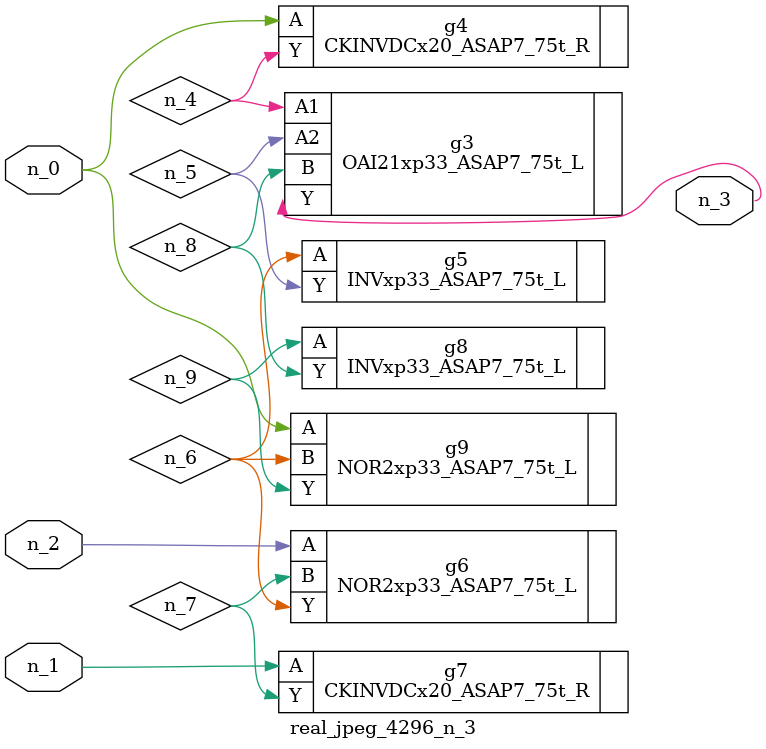
<source format=v>
module real_jpeg_4296_n_3 (n_1, n_0, n_2, n_3);

input n_1;
input n_0;
input n_2;

output n_3;

wire n_5;
wire n_4;
wire n_8;
wire n_6;
wire n_7;
wire n_9;

CKINVDCx20_ASAP7_75t_R g4 ( 
.A(n_0),
.Y(n_4)
);

NOR2xp33_ASAP7_75t_L g9 ( 
.A(n_0),
.B(n_6),
.Y(n_9)
);

CKINVDCx20_ASAP7_75t_R g7 ( 
.A(n_1),
.Y(n_7)
);

NOR2xp33_ASAP7_75t_L g6 ( 
.A(n_2),
.B(n_7),
.Y(n_6)
);

OAI21xp33_ASAP7_75t_L g3 ( 
.A1(n_4),
.A2(n_5),
.B(n_8),
.Y(n_3)
);

INVxp33_ASAP7_75t_L g5 ( 
.A(n_6),
.Y(n_5)
);

INVxp33_ASAP7_75t_L g8 ( 
.A(n_9),
.Y(n_8)
);


endmodule
</source>
